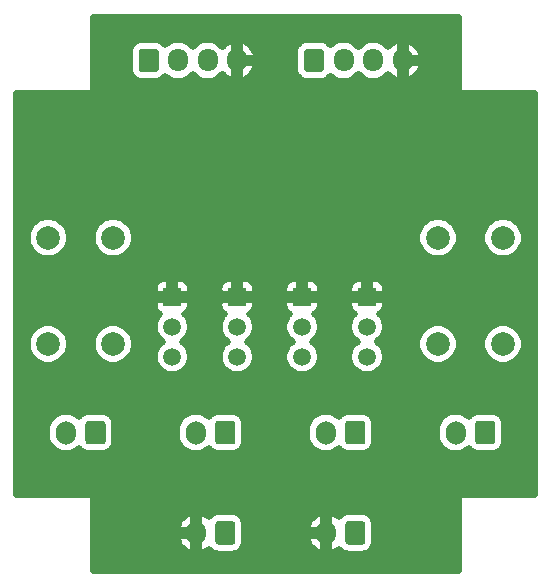
<source format=gbr>
G04 #@! TF.GenerationSoftware,KiCad,Pcbnew,(5.1.7)-1*
G04 #@! TF.CreationDate,2020-12-19T16:20:35+02:00*
G04 #@! TF.ProjectId,4_switch_array,345f7377-6974-4636-985f-61727261792e,rev?*
G04 #@! TF.SameCoordinates,Original*
G04 #@! TF.FileFunction,Copper,L2,Bot*
G04 #@! TF.FilePolarity,Positive*
%FSLAX46Y46*%
G04 Gerber Fmt 4.6, Leading zero omitted, Abs format (unit mm)*
G04 Created by KiCad (PCBNEW (5.1.7)-1) date 2020-12-19 16:20:35*
%MOMM*%
%LPD*%
G01*
G04 APERTURE LIST*
G04 #@! TA.AperFunction,ComponentPad*
%ADD10O,1.700000X2.000000*%
G04 #@! TD*
G04 #@! TA.AperFunction,ComponentPad*
%ADD11C,2.000000*%
G04 #@! TD*
G04 #@! TA.AperFunction,ComponentPad*
%ADD12C,1.500000*%
G04 #@! TD*
G04 #@! TA.AperFunction,ComponentPad*
%ADD13R,1.500000X1.500000*%
G04 #@! TD*
G04 #@! TA.AperFunction,ComponentPad*
%ADD14O,1.700000X1.950000*%
G04 #@! TD*
G04 #@! TA.AperFunction,Conductor*
%ADD15C,0.500000*%
G04 #@! TD*
G04 #@! TA.AperFunction,Conductor*
%ADD16C,0.100000*%
G04 #@! TD*
G04 APERTURE END LIST*
D10*
X151000000Y-78000000D03*
G04 #@! TA.AperFunction,ComponentPad*
G36*
G01*
X154350000Y-77250000D02*
X154350000Y-78750000D01*
G75*
G02*
X154100000Y-79000000I-250000J0D01*
G01*
X152900000Y-79000000D01*
G75*
G02*
X152650000Y-78750000I0J250000D01*
G01*
X152650000Y-77250000D01*
G75*
G02*
X152900000Y-77000000I250000J0D01*
G01*
X154100000Y-77000000D01*
G75*
G02*
X154350000Y-77250000I0J-250000D01*
G01*
G37*
G04 #@! TD.AperFunction*
G04 #@! TA.AperFunction,ComponentPad*
G36*
G01*
X165350000Y-68750000D02*
X165350000Y-70250000D01*
G75*
G02*
X165100000Y-70500000I-250000J0D01*
G01*
X163900000Y-70500000D01*
G75*
G02*
X163650000Y-70250000I0J250000D01*
G01*
X163650000Y-68750000D01*
G75*
G02*
X163900000Y-68500000I250000J0D01*
G01*
X165100000Y-68500000D01*
G75*
G02*
X165350000Y-68750000I0J-250000D01*
G01*
G37*
G04 #@! TD.AperFunction*
X162000000Y-69500000D03*
D11*
X127500000Y-53000000D03*
X127500000Y-62000000D03*
X160500000Y-53000000D03*
X160500000Y-62000000D03*
X133000000Y-53000000D03*
X133000000Y-62000000D03*
X166000000Y-53000000D03*
X166000000Y-62000000D03*
D12*
X143500000Y-60540000D03*
X143500000Y-63080000D03*
D13*
X143500000Y-58000000D03*
D12*
X154500000Y-60540000D03*
X154500000Y-63080000D03*
D13*
X154500000Y-58000000D03*
D12*
X138000000Y-60540000D03*
X138000000Y-63080000D03*
D13*
X138000000Y-58000000D03*
D12*
X149000000Y-60540000D03*
X149000000Y-63080000D03*
D13*
X149000000Y-58000000D03*
D10*
X140000000Y-78000000D03*
G04 #@! TA.AperFunction,ComponentPad*
G36*
G01*
X143350000Y-77250000D02*
X143350000Y-78750000D01*
G75*
G02*
X143100000Y-79000000I-250000J0D01*
G01*
X141900000Y-79000000D01*
G75*
G02*
X141650000Y-78750000I0J250000D01*
G01*
X141650000Y-77250000D01*
G75*
G02*
X141900000Y-77000000I250000J0D01*
G01*
X143100000Y-77000000D01*
G75*
G02*
X143350000Y-77250000I0J-250000D01*
G01*
G37*
G04 #@! TD.AperFunction*
G04 #@! TA.AperFunction,ComponentPad*
G36*
G01*
X143350000Y-68750000D02*
X143350000Y-70250000D01*
G75*
G02*
X143100000Y-70500000I-250000J0D01*
G01*
X141900000Y-70500000D01*
G75*
G02*
X141650000Y-70250000I0J250000D01*
G01*
X141650000Y-68750000D01*
G75*
G02*
X141900000Y-68500000I250000J0D01*
G01*
X143100000Y-68500000D01*
G75*
G02*
X143350000Y-68750000I0J-250000D01*
G01*
G37*
G04 #@! TD.AperFunction*
X140000000Y-69500000D03*
G04 #@! TA.AperFunction,ComponentPad*
G36*
G01*
X154350000Y-68750000D02*
X154350000Y-70250000D01*
G75*
G02*
X154100000Y-70500000I-250000J0D01*
G01*
X152900000Y-70500000D01*
G75*
G02*
X152650000Y-70250000I0J250000D01*
G01*
X152650000Y-68750000D01*
G75*
G02*
X152900000Y-68500000I250000J0D01*
G01*
X154100000Y-68500000D01*
G75*
G02*
X154350000Y-68750000I0J-250000D01*
G01*
G37*
G04 #@! TD.AperFunction*
X151000000Y-69500000D03*
G04 #@! TA.AperFunction,ComponentPad*
G36*
G01*
X132350000Y-68750000D02*
X132350000Y-70250000D01*
G75*
G02*
X132100000Y-70500000I-250000J0D01*
G01*
X130900000Y-70500000D01*
G75*
G02*
X130650000Y-70250000I0J250000D01*
G01*
X130650000Y-68750000D01*
G75*
G02*
X130900000Y-68500000I250000J0D01*
G01*
X132100000Y-68500000D01*
G75*
G02*
X132350000Y-68750000I0J-250000D01*
G01*
G37*
G04 #@! TD.AperFunction*
X129000000Y-69500000D03*
D14*
X157500000Y-38000000D03*
X155000000Y-38000000D03*
X152500000Y-38000000D03*
G04 #@! TA.AperFunction,ComponentPad*
G36*
G01*
X149150000Y-38725000D02*
X149150000Y-37275000D01*
G75*
G02*
X149400000Y-37025000I250000J0D01*
G01*
X150600000Y-37025000D01*
G75*
G02*
X150850000Y-37275000I0J-250000D01*
G01*
X150850000Y-38725000D01*
G75*
G02*
X150600000Y-38975000I-250000J0D01*
G01*
X149400000Y-38975000D01*
G75*
G02*
X149150000Y-38725000I0J250000D01*
G01*
G37*
G04 #@! TD.AperFunction*
X143500000Y-38000000D03*
X141000000Y-38000000D03*
X138500000Y-38000000D03*
G04 #@! TA.AperFunction,ComponentPad*
G36*
G01*
X135150000Y-38725000D02*
X135150000Y-37275000D01*
G75*
G02*
X135400000Y-37025000I250000J0D01*
G01*
X136600000Y-37025000D01*
G75*
G02*
X136850000Y-37275000I0J-250000D01*
G01*
X136850000Y-38725000D01*
G75*
G02*
X136600000Y-38975000I-250000J0D01*
G01*
X135400000Y-38975000D01*
G75*
G02*
X135150000Y-38725000I0J250000D01*
G01*
G37*
G04 #@! TD.AperFunction*
D15*
X162250000Y-40500000D02*
X162254804Y-40548773D01*
X162269030Y-40595671D01*
X162292133Y-40638893D01*
X162323223Y-40676777D01*
X162361107Y-40707867D01*
X162404329Y-40730970D01*
X162451227Y-40745196D01*
X162500000Y-40750000D01*
X168725000Y-40750000D01*
X168725001Y-74750000D01*
X162500000Y-74750000D01*
X162451227Y-74754804D01*
X162404329Y-74769030D01*
X162361107Y-74792133D01*
X162323223Y-74823223D01*
X162292133Y-74861107D01*
X162269030Y-74904329D01*
X162254804Y-74951227D01*
X162250000Y-75000000D01*
X162250000Y-81225000D01*
X131250000Y-81225000D01*
X131250000Y-78497839D01*
X138443074Y-78497839D01*
X138540850Y-78794897D01*
X138694700Y-79067172D01*
X138898712Y-79304200D01*
X139145046Y-79496873D01*
X139424236Y-79637786D01*
X139505857Y-79671783D01*
X139750000Y-79540200D01*
X139750000Y-78250000D01*
X138595328Y-78250000D01*
X138443074Y-78497839D01*
X131250000Y-78497839D01*
X131250000Y-77502161D01*
X138443074Y-77502161D01*
X138595328Y-77750000D01*
X139750000Y-77750000D01*
X139750000Y-76459800D01*
X140250000Y-76459800D01*
X140250000Y-77750000D01*
X140270000Y-77750000D01*
X140270000Y-78250000D01*
X140250000Y-78250000D01*
X140250000Y-79540200D01*
X140494143Y-79671783D01*
X140575764Y-79637786D01*
X140854954Y-79496873D01*
X141077807Y-79322566D01*
X141190328Y-79459672D01*
X141342414Y-79584486D01*
X141515928Y-79677231D01*
X141704202Y-79734344D01*
X141900000Y-79753628D01*
X143100000Y-79753628D01*
X143295798Y-79734344D01*
X143484072Y-79677231D01*
X143657586Y-79584486D01*
X143809672Y-79459672D01*
X143934486Y-79307586D01*
X144027231Y-79134072D01*
X144084344Y-78945798D01*
X144103628Y-78750000D01*
X144103628Y-78497839D01*
X149443074Y-78497839D01*
X149540850Y-78794897D01*
X149694700Y-79067172D01*
X149898712Y-79304200D01*
X150145046Y-79496873D01*
X150424236Y-79637786D01*
X150505857Y-79671783D01*
X150750000Y-79540200D01*
X150750000Y-78250000D01*
X149595328Y-78250000D01*
X149443074Y-78497839D01*
X144103628Y-78497839D01*
X144103628Y-77502161D01*
X149443074Y-77502161D01*
X149595328Y-77750000D01*
X150750000Y-77750000D01*
X150750000Y-76459800D01*
X151250000Y-76459800D01*
X151250000Y-77750000D01*
X151270000Y-77750000D01*
X151270000Y-78250000D01*
X151250000Y-78250000D01*
X151250000Y-79540200D01*
X151494143Y-79671783D01*
X151575764Y-79637786D01*
X151854954Y-79496873D01*
X152077807Y-79322566D01*
X152190328Y-79459672D01*
X152342414Y-79584486D01*
X152515928Y-79677231D01*
X152704202Y-79734344D01*
X152900000Y-79753628D01*
X154100000Y-79753628D01*
X154295798Y-79734344D01*
X154484072Y-79677231D01*
X154657586Y-79584486D01*
X154809672Y-79459672D01*
X154934486Y-79307586D01*
X155027231Y-79134072D01*
X155084344Y-78945798D01*
X155103628Y-78750000D01*
X155103628Y-77250000D01*
X155084344Y-77054202D01*
X155027231Y-76865928D01*
X154934486Y-76692414D01*
X154809672Y-76540328D01*
X154657586Y-76415514D01*
X154484072Y-76322769D01*
X154295798Y-76265656D01*
X154100000Y-76246372D01*
X152900000Y-76246372D01*
X152704202Y-76265656D01*
X152515928Y-76322769D01*
X152342414Y-76415514D01*
X152190328Y-76540328D01*
X152077807Y-76677434D01*
X151854954Y-76503127D01*
X151575764Y-76362214D01*
X151494143Y-76328217D01*
X151250000Y-76459800D01*
X150750000Y-76459800D01*
X150505857Y-76328217D01*
X150424236Y-76362214D01*
X150145046Y-76503127D01*
X149898712Y-76695800D01*
X149694700Y-76932828D01*
X149540850Y-77205103D01*
X149443074Y-77502161D01*
X144103628Y-77502161D01*
X144103628Y-77250000D01*
X144084344Y-77054202D01*
X144027231Y-76865928D01*
X143934486Y-76692414D01*
X143809672Y-76540328D01*
X143657586Y-76415514D01*
X143484072Y-76322769D01*
X143295798Y-76265656D01*
X143100000Y-76246372D01*
X141900000Y-76246372D01*
X141704202Y-76265656D01*
X141515928Y-76322769D01*
X141342414Y-76415514D01*
X141190328Y-76540328D01*
X141077807Y-76677434D01*
X140854954Y-76503127D01*
X140575764Y-76362214D01*
X140494143Y-76328217D01*
X140250000Y-76459800D01*
X139750000Y-76459800D01*
X139505857Y-76328217D01*
X139424236Y-76362214D01*
X139145046Y-76503127D01*
X138898712Y-76695800D01*
X138694700Y-76932828D01*
X138540850Y-77205103D01*
X138443074Y-77502161D01*
X131250000Y-77502161D01*
X131250000Y-75000000D01*
X131245196Y-74951227D01*
X131230970Y-74904329D01*
X131207867Y-74861107D01*
X131176777Y-74823223D01*
X131138893Y-74792133D01*
X131095671Y-74769030D01*
X131048773Y-74754804D01*
X131000000Y-74750000D01*
X124775000Y-74750000D01*
X124775000Y-69271403D01*
X127400000Y-69271403D01*
X127400000Y-69728596D01*
X127423151Y-69963654D01*
X127514641Y-70265255D01*
X127663212Y-70543212D01*
X127863155Y-70786845D01*
X128106787Y-70986788D01*
X128384744Y-71135359D01*
X128686345Y-71226849D01*
X129000000Y-71257741D01*
X129313654Y-71226849D01*
X129615255Y-71135359D01*
X129893212Y-70986788D01*
X130084050Y-70830172D01*
X130190328Y-70959672D01*
X130342414Y-71084486D01*
X130515928Y-71177231D01*
X130704202Y-71234344D01*
X130900000Y-71253628D01*
X132100000Y-71253628D01*
X132295798Y-71234344D01*
X132484072Y-71177231D01*
X132657586Y-71084486D01*
X132809672Y-70959672D01*
X132934486Y-70807586D01*
X133027231Y-70634072D01*
X133084344Y-70445798D01*
X133103628Y-70250000D01*
X133103628Y-69271403D01*
X138400000Y-69271403D01*
X138400000Y-69728596D01*
X138423151Y-69963654D01*
X138514641Y-70265255D01*
X138663212Y-70543212D01*
X138863155Y-70786845D01*
X139106787Y-70986788D01*
X139384744Y-71135359D01*
X139686345Y-71226849D01*
X140000000Y-71257741D01*
X140313654Y-71226849D01*
X140615255Y-71135359D01*
X140893212Y-70986788D01*
X141084050Y-70830172D01*
X141190328Y-70959672D01*
X141342414Y-71084486D01*
X141515928Y-71177231D01*
X141704202Y-71234344D01*
X141900000Y-71253628D01*
X143100000Y-71253628D01*
X143295798Y-71234344D01*
X143484072Y-71177231D01*
X143657586Y-71084486D01*
X143809672Y-70959672D01*
X143934486Y-70807586D01*
X144027231Y-70634072D01*
X144084344Y-70445798D01*
X144103628Y-70250000D01*
X144103628Y-69271403D01*
X149400000Y-69271403D01*
X149400000Y-69728596D01*
X149423151Y-69963654D01*
X149514641Y-70265255D01*
X149663212Y-70543212D01*
X149863155Y-70786845D01*
X150106787Y-70986788D01*
X150384744Y-71135359D01*
X150686345Y-71226849D01*
X151000000Y-71257741D01*
X151313654Y-71226849D01*
X151615255Y-71135359D01*
X151893212Y-70986788D01*
X152084050Y-70830172D01*
X152190328Y-70959672D01*
X152342414Y-71084486D01*
X152515928Y-71177231D01*
X152704202Y-71234344D01*
X152900000Y-71253628D01*
X154100000Y-71253628D01*
X154295798Y-71234344D01*
X154484072Y-71177231D01*
X154657586Y-71084486D01*
X154809672Y-70959672D01*
X154934486Y-70807586D01*
X155027231Y-70634072D01*
X155084344Y-70445798D01*
X155103628Y-70250000D01*
X155103628Y-69271403D01*
X160400000Y-69271403D01*
X160400000Y-69728596D01*
X160423151Y-69963654D01*
X160514641Y-70265255D01*
X160663212Y-70543212D01*
X160863155Y-70786845D01*
X161106787Y-70986788D01*
X161384744Y-71135359D01*
X161686345Y-71226849D01*
X162000000Y-71257741D01*
X162313654Y-71226849D01*
X162615255Y-71135359D01*
X162893212Y-70986788D01*
X163084050Y-70830172D01*
X163190328Y-70959672D01*
X163342414Y-71084486D01*
X163515928Y-71177231D01*
X163704202Y-71234344D01*
X163900000Y-71253628D01*
X165100000Y-71253628D01*
X165295798Y-71234344D01*
X165484072Y-71177231D01*
X165657586Y-71084486D01*
X165809672Y-70959672D01*
X165934486Y-70807586D01*
X166027231Y-70634072D01*
X166084344Y-70445798D01*
X166103628Y-70250000D01*
X166103628Y-68750000D01*
X166084344Y-68554202D01*
X166027231Y-68365928D01*
X165934486Y-68192414D01*
X165809672Y-68040328D01*
X165657586Y-67915514D01*
X165484072Y-67822769D01*
X165295798Y-67765656D01*
X165100000Y-67746372D01*
X163900000Y-67746372D01*
X163704202Y-67765656D01*
X163515928Y-67822769D01*
X163342414Y-67915514D01*
X163190328Y-68040328D01*
X163084050Y-68169828D01*
X162893213Y-68013212D01*
X162615256Y-67864641D01*
X162313655Y-67773151D01*
X162000000Y-67742259D01*
X161686346Y-67773151D01*
X161384745Y-67864641D01*
X161106788Y-68013212D01*
X160863155Y-68213155D01*
X160663212Y-68456787D01*
X160514641Y-68734744D01*
X160423151Y-69036345D01*
X160400000Y-69271403D01*
X155103628Y-69271403D01*
X155103628Y-68750000D01*
X155084344Y-68554202D01*
X155027231Y-68365928D01*
X154934486Y-68192414D01*
X154809672Y-68040328D01*
X154657586Y-67915514D01*
X154484072Y-67822769D01*
X154295798Y-67765656D01*
X154100000Y-67746372D01*
X152900000Y-67746372D01*
X152704202Y-67765656D01*
X152515928Y-67822769D01*
X152342414Y-67915514D01*
X152190328Y-68040328D01*
X152084050Y-68169828D01*
X151893213Y-68013212D01*
X151615256Y-67864641D01*
X151313655Y-67773151D01*
X151000000Y-67742259D01*
X150686346Y-67773151D01*
X150384745Y-67864641D01*
X150106788Y-68013212D01*
X149863155Y-68213155D01*
X149663212Y-68456787D01*
X149514641Y-68734744D01*
X149423151Y-69036345D01*
X149400000Y-69271403D01*
X144103628Y-69271403D01*
X144103628Y-68750000D01*
X144084344Y-68554202D01*
X144027231Y-68365928D01*
X143934486Y-68192414D01*
X143809672Y-68040328D01*
X143657586Y-67915514D01*
X143484072Y-67822769D01*
X143295798Y-67765656D01*
X143100000Y-67746372D01*
X141900000Y-67746372D01*
X141704202Y-67765656D01*
X141515928Y-67822769D01*
X141342414Y-67915514D01*
X141190328Y-68040328D01*
X141084050Y-68169828D01*
X140893213Y-68013212D01*
X140615256Y-67864641D01*
X140313655Y-67773151D01*
X140000000Y-67742259D01*
X139686346Y-67773151D01*
X139384745Y-67864641D01*
X139106788Y-68013212D01*
X138863155Y-68213155D01*
X138663212Y-68456787D01*
X138514641Y-68734744D01*
X138423151Y-69036345D01*
X138400000Y-69271403D01*
X133103628Y-69271403D01*
X133103628Y-68750000D01*
X133084344Y-68554202D01*
X133027231Y-68365928D01*
X132934486Y-68192414D01*
X132809672Y-68040328D01*
X132657586Y-67915514D01*
X132484072Y-67822769D01*
X132295798Y-67765656D01*
X132100000Y-67746372D01*
X130900000Y-67746372D01*
X130704202Y-67765656D01*
X130515928Y-67822769D01*
X130342414Y-67915514D01*
X130190328Y-68040328D01*
X130084050Y-68169828D01*
X129893213Y-68013212D01*
X129615256Y-67864641D01*
X129313655Y-67773151D01*
X129000000Y-67742259D01*
X128686346Y-67773151D01*
X128384745Y-67864641D01*
X128106788Y-68013212D01*
X127863155Y-68213155D01*
X127663212Y-68456787D01*
X127514641Y-68734744D01*
X127423151Y-69036345D01*
X127400000Y-69271403D01*
X124775000Y-69271403D01*
X124775000Y-61827640D01*
X125750000Y-61827640D01*
X125750000Y-62172360D01*
X125817251Y-62510456D01*
X125949170Y-62828936D01*
X126140686Y-63115560D01*
X126384440Y-63359314D01*
X126671064Y-63550830D01*
X126989544Y-63682749D01*
X127327640Y-63750000D01*
X127672360Y-63750000D01*
X128010456Y-63682749D01*
X128328936Y-63550830D01*
X128615560Y-63359314D01*
X128859314Y-63115560D01*
X129050830Y-62828936D01*
X129182749Y-62510456D01*
X129250000Y-62172360D01*
X129250000Y-61827640D01*
X131250000Y-61827640D01*
X131250000Y-62172360D01*
X131317251Y-62510456D01*
X131449170Y-62828936D01*
X131640686Y-63115560D01*
X131884440Y-63359314D01*
X132171064Y-63550830D01*
X132489544Y-63682749D01*
X132827640Y-63750000D01*
X133172360Y-63750000D01*
X133510456Y-63682749D01*
X133828936Y-63550830D01*
X134115560Y-63359314D01*
X134359314Y-63115560D01*
X134550830Y-62828936D01*
X134682749Y-62510456D01*
X134750000Y-62172360D01*
X134750000Y-61827640D01*
X134682749Y-61489544D01*
X134550830Y-61171064D01*
X134359314Y-60884440D01*
X134115560Y-60640686D01*
X133828936Y-60449170D01*
X133510456Y-60317251D01*
X133172360Y-60250000D01*
X132827640Y-60250000D01*
X132489544Y-60317251D01*
X132171064Y-60449170D01*
X131884440Y-60640686D01*
X131640686Y-60884440D01*
X131449170Y-61171064D01*
X131317251Y-61489544D01*
X131250000Y-61827640D01*
X129250000Y-61827640D01*
X129182749Y-61489544D01*
X129050830Y-61171064D01*
X128859314Y-60884440D01*
X128615560Y-60640686D01*
X128328936Y-60449170D01*
X128010456Y-60317251D01*
X127672360Y-60250000D01*
X127327640Y-60250000D01*
X126989544Y-60317251D01*
X126671064Y-60449170D01*
X126384440Y-60640686D01*
X126140686Y-60884440D01*
X125949170Y-61171064D01*
X125817251Y-61489544D01*
X125750000Y-61827640D01*
X124775000Y-61827640D01*
X124775000Y-58750000D01*
X136496371Y-58750000D01*
X136510852Y-58897026D01*
X136553738Y-59038401D01*
X136623380Y-59168694D01*
X136717104Y-59282896D01*
X136831306Y-59376620D01*
X136961599Y-59446262D01*
X136969900Y-59448780D01*
X136834874Y-59583806D01*
X136670717Y-59829483D01*
X136557644Y-60102466D01*
X136500000Y-60392263D01*
X136500000Y-60687737D01*
X136557644Y-60977534D01*
X136670717Y-61250517D01*
X136834874Y-61496194D01*
X137043806Y-61705126D01*
X137200760Y-61810000D01*
X137043806Y-61914874D01*
X136834874Y-62123806D01*
X136670717Y-62369483D01*
X136557644Y-62642466D01*
X136500000Y-62932263D01*
X136500000Y-63227737D01*
X136557644Y-63517534D01*
X136670717Y-63790517D01*
X136834874Y-64036194D01*
X137043806Y-64245126D01*
X137289483Y-64409283D01*
X137562466Y-64522356D01*
X137852263Y-64580000D01*
X138147737Y-64580000D01*
X138437534Y-64522356D01*
X138710517Y-64409283D01*
X138956194Y-64245126D01*
X139165126Y-64036194D01*
X139329283Y-63790517D01*
X139442356Y-63517534D01*
X139500000Y-63227737D01*
X139500000Y-62932263D01*
X139442356Y-62642466D01*
X139329283Y-62369483D01*
X139165126Y-62123806D01*
X138956194Y-61914874D01*
X138799240Y-61810000D01*
X138956194Y-61705126D01*
X139165126Y-61496194D01*
X139329283Y-61250517D01*
X139442356Y-60977534D01*
X139500000Y-60687737D01*
X139500000Y-60392263D01*
X139442356Y-60102466D01*
X139329283Y-59829483D01*
X139165126Y-59583806D01*
X139030100Y-59448780D01*
X139038401Y-59446262D01*
X139168694Y-59376620D01*
X139282896Y-59282896D01*
X139376620Y-59168694D01*
X139446262Y-59038401D01*
X139489148Y-58897026D01*
X139503629Y-58750000D01*
X141996371Y-58750000D01*
X142010852Y-58897026D01*
X142053738Y-59038401D01*
X142123380Y-59168694D01*
X142217104Y-59282896D01*
X142331306Y-59376620D01*
X142461599Y-59446262D01*
X142469900Y-59448780D01*
X142334874Y-59583806D01*
X142170717Y-59829483D01*
X142057644Y-60102466D01*
X142000000Y-60392263D01*
X142000000Y-60687737D01*
X142057644Y-60977534D01*
X142170717Y-61250517D01*
X142334874Y-61496194D01*
X142543806Y-61705126D01*
X142700760Y-61810000D01*
X142543806Y-61914874D01*
X142334874Y-62123806D01*
X142170717Y-62369483D01*
X142057644Y-62642466D01*
X142000000Y-62932263D01*
X142000000Y-63227737D01*
X142057644Y-63517534D01*
X142170717Y-63790517D01*
X142334874Y-64036194D01*
X142543806Y-64245126D01*
X142789483Y-64409283D01*
X143062466Y-64522356D01*
X143352263Y-64580000D01*
X143647737Y-64580000D01*
X143937534Y-64522356D01*
X144210517Y-64409283D01*
X144456194Y-64245126D01*
X144665126Y-64036194D01*
X144829283Y-63790517D01*
X144942356Y-63517534D01*
X145000000Y-63227737D01*
X145000000Y-62932263D01*
X144942356Y-62642466D01*
X144829283Y-62369483D01*
X144665126Y-62123806D01*
X144456194Y-61914874D01*
X144299240Y-61810000D01*
X144456194Y-61705126D01*
X144665126Y-61496194D01*
X144829283Y-61250517D01*
X144942356Y-60977534D01*
X145000000Y-60687737D01*
X145000000Y-60392263D01*
X144942356Y-60102466D01*
X144829283Y-59829483D01*
X144665126Y-59583806D01*
X144530100Y-59448780D01*
X144538401Y-59446262D01*
X144668694Y-59376620D01*
X144782896Y-59282896D01*
X144876620Y-59168694D01*
X144946262Y-59038401D01*
X144989148Y-58897026D01*
X145003629Y-58750000D01*
X147496371Y-58750000D01*
X147510852Y-58897026D01*
X147553738Y-59038401D01*
X147623380Y-59168694D01*
X147717104Y-59282896D01*
X147831306Y-59376620D01*
X147961599Y-59446262D01*
X147969900Y-59448780D01*
X147834874Y-59583806D01*
X147670717Y-59829483D01*
X147557644Y-60102466D01*
X147500000Y-60392263D01*
X147500000Y-60687737D01*
X147557644Y-60977534D01*
X147670717Y-61250517D01*
X147834874Y-61496194D01*
X148043806Y-61705126D01*
X148200760Y-61810000D01*
X148043806Y-61914874D01*
X147834874Y-62123806D01*
X147670717Y-62369483D01*
X147557644Y-62642466D01*
X147500000Y-62932263D01*
X147500000Y-63227737D01*
X147557644Y-63517534D01*
X147670717Y-63790517D01*
X147834874Y-64036194D01*
X148043806Y-64245126D01*
X148289483Y-64409283D01*
X148562466Y-64522356D01*
X148852263Y-64580000D01*
X149147737Y-64580000D01*
X149437534Y-64522356D01*
X149710517Y-64409283D01*
X149956194Y-64245126D01*
X150165126Y-64036194D01*
X150329283Y-63790517D01*
X150442356Y-63517534D01*
X150500000Y-63227737D01*
X150500000Y-62932263D01*
X150442356Y-62642466D01*
X150329283Y-62369483D01*
X150165126Y-62123806D01*
X149956194Y-61914874D01*
X149799240Y-61810000D01*
X149956194Y-61705126D01*
X150165126Y-61496194D01*
X150329283Y-61250517D01*
X150442356Y-60977534D01*
X150500000Y-60687737D01*
X150500000Y-60392263D01*
X150442356Y-60102466D01*
X150329283Y-59829483D01*
X150165126Y-59583806D01*
X150030100Y-59448780D01*
X150038401Y-59446262D01*
X150168694Y-59376620D01*
X150282896Y-59282896D01*
X150376620Y-59168694D01*
X150446262Y-59038401D01*
X150489148Y-58897026D01*
X150503629Y-58750000D01*
X152996371Y-58750000D01*
X153010852Y-58897026D01*
X153053738Y-59038401D01*
X153123380Y-59168694D01*
X153217104Y-59282896D01*
X153331306Y-59376620D01*
X153461599Y-59446262D01*
X153469900Y-59448780D01*
X153334874Y-59583806D01*
X153170717Y-59829483D01*
X153057644Y-60102466D01*
X153000000Y-60392263D01*
X153000000Y-60687737D01*
X153057644Y-60977534D01*
X153170717Y-61250517D01*
X153334874Y-61496194D01*
X153543806Y-61705126D01*
X153700760Y-61810000D01*
X153543806Y-61914874D01*
X153334874Y-62123806D01*
X153170717Y-62369483D01*
X153057644Y-62642466D01*
X153000000Y-62932263D01*
X153000000Y-63227737D01*
X153057644Y-63517534D01*
X153170717Y-63790517D01*
X153334874Y-64036194D01*
X153543806Y-64245126D01*
X153789483Y-64409283D01*
X154062466Y-64522356D01*
X154352263Y-64580000D01*
X154647737Y-64580000D01*
X154937534Y-64522356D01*
X155210517Y-64409283D01*
X155456194Y-64245126D01*
X155665126Y-64036194D01*
X155829283Y-63790517D01*
X155942356Y-63517534D01*
X156000000Y-63227737D01*
X156000000Y-62932263D01*
X155942356Y-62642466D01*
X155829283Y-62369483D01*
X155665126Y-62123806D01*
X155456194Y-61914874D01*
X155325640Y-61827640D01*
X158750000Y-61827640D01*
X158750000Y-62172360D01*
X158817251Y-62510456D01*
X158949170Y-62828936D01*
X159140686Y-63115560D01*
X159384440Y-63359314D01*
X159671064Y-63550830D01*
X159989544Y-63682749D01*
X160327640Y-63750000D01*
X160672360Y-63750000D01*
X161010456Y-63682749D01*
X161328936Y-63550830D01*
X161615560Y-63359314D01*
X161859314Y-63115560D01*
X162050830Y-62828936D01*
X162182749Y-62510456D01*
X162250000Y-62172360D01*
X162250000Y-61827640D01*
X164250000Y-61827640D01*
X164250000Y-62172360D01*
X164317251Y-62510456D01*
X164449170Y-62828936D01*
X164640686Y-63115560D01*
X164884440Y-63359314D01*
X165171064Y-63550830D01*
X165489544Y-63682749D01*
X165827640Y-63750000D01*
X166172360Y-63750000D01*
X166510456Y-63682749D01*
X166828936Y-63550830D01*
X167115560Y-63359314D01*
X167359314Y-63115560D01*
X167550830Y-62828936D01*
X167682749Y-62510456D01*
X167750000Y-62172360D01*
X167750000Y-61827640D01*
X167682749Y-61489544D01*
X167550830Y-61171064D01*
X167359314Y-60884440D01*
X167115560Y-60640686D01*
X166828936Y-60449170D01*
X166510456Y-60317251D01*
X166172360Y-60250000D01*
X165827640Y-60250000D01*
X165489544Y-60317251D01*
X165171064Y-60449170D01*
X164884440Y-60640686D01*
X164640686Y-60884440D01*
X164449170Y-61171064D01*
X164317251Y-61489544D01*
X164250000Y-61827640D01*
X162250000Y-61827640D01*
X162182749Y-61489544D01*
X162050830Y-61171064D01*
X161859314Y-60884440D01*
X161615560Y-60640686D01*
X161328936Y-60449170D01*
X161010456Y-60317251D01*
X160672360Y-60250000D01*
X160327640Y-60250000D01*
X159989544Y-60317251D01*
X159671064Y-60449170D01*
X159384440Y-60640686D01*
X159140686Y-60884440D01*
X158949170Y-61171064D01*
X158817251Y-61489544D01*
X158750000Y-61827640D01*
X155325640Y-61827640D01*
X155299240Y-61810000D01*
X155456194Y-61705126D01*
X155665126Y-61496194D01*
X155829283Y-61250517D01*
X155942356Y-60977534D01*
X156000000Y-60687737D01*
X156000000Y-60392263D01*
X155942356Y-60102466D01*
X155829283Y-59829483D01*
X155665126Y-59583806D01*
X155530100Y-59448780D01*
X155538401Y-59446262D01*
X155668694Y-59376620D01*
X155782896Y-59282896D01*
X155876620Y-59168694D01*
X155946262Y-59038401D01*
X155989148Y-58897026D01*
X156003629Y-58750000D01*
X156000000Y-58437500D01*
X155812500Y-58250000D01*
X154750000Y-58250000D01*
X154750000Y-58270000D01*
X154250000Y-58270000D01*
X154250000Y-58250000D01*
X153187500Y-58250000D01*
X153000000Y-58437500D01*
X152996371Y-58750000D01*
X150503629Y-58750000D01*
X150500000Y-58437500D01*
X150312500Y-58250000D01*
X149250000Y-58250000D01*
X149250000Y-58270000D01*
X148750000Y-58270000D01*
X148750000Y-58250000D01*
X147687500Y-58250000D01*
X147500000Y-58437500D01*
X147496371Y-58750000D01*
X145003629Y-58750000D01*
X145000000Y-58437500D01*
X144812500Y-58250000D01*
X143750000Y-58250000D01*
X143750000Y-58270000D01*
X143250000Y-58270000D01*
X143250000Y-58250000D01*
X142187500Y-58250000D01*
X142000000Y-58437500D01*
X141996371Y-58750000D01*
X139503629Y-58750000D01*
X139500000Y-58437500D01*
X139312500Y-58250000D01*
X138250000Y-58250000D01*
X138250000Y-58270000D01*
X137750000Y-58270000D01*
X137750000Y-58250000D01*
X136687500Y-58250000D01*
X136500000Y-58437500D01*
X136496371Y-58750000D01*
X124775000Y-58750000D01*
X124775000Y-57250000D01*
X136496371Y-57250000D01*
X136500000Y-57562500D01*
X136687500Y-57750000D01*
X137750000Y-57750000D01*
X137750000Y-56687500D01*
X138250000Y-56687500D01*
X138250000Y-57750000D01*
X139312500Y-57750000D01*
X139500000Y-57562500D01*
X139503629Y-57250000D01*
X141996371Y-57250000D01*
X142000000Y-57562500D01*
X142187500Y-57750000D01*
X143250000Y-57750000D01*
X143250000Y-56687500D01*
X143750000Y-56687500D01*
X143750000Y-57750000D01*
X144812500Y-57750000D01*
X145000000Y-57562500D01*
X145003629Y-57250000D01*
X147496371Y-57250000D01*
X147500000Y-57562500D01*
X147687500Y-57750000D01*
X148750000Y-57750000D01*
X148750000Y-56687500D01*
X149250000Y-56687500D01*
X149250000Y-57750000D01*
X150312500Y-57750000D01*
X150500000Y-57562500D01*
X150503629Y-57250000D01*
X152996371Y-57250000D01*
X153000000Y-57562500D01*
X153187500Y-57750000D01*
X154250000Y-57750000D01*
X154250000Y-56687500D01*
X154750000Y-56687500D01*
X154750000Y-57750000D01*
X155812500Y-57750000D01*
X156000000Y-57562500D01*
X156003629Y-57250000D01*
X155989148Y-57102974D01*
X155946262Y-56961599D01*
X155876620Y-56831306D01*
X155782896Y-56717104D01*
X155668694Y-56623380D01*
X155538401Y-56553738D01*
X155397026Y-56510852D01*
X155250000Y-56496371D01*
X154937500Y-56500000D01*
X154750000Y-56687500D01*
X154250000Y-56687500D01*
X154062500Y-56500000D01*
X153750000Y-56496371D01*
X153602974Y-56510852D01*
X153461599Y-56553738D01*
X153331306Y-56623380D01*
X153217104Y-56717104D01*
X153123380Y-56831306D01*
X153053738Y-56961599D01*
X153010852Y-57102974D01*
X152996371Y-57250000D01*
X150503629Y-57250000D01*
X150489148Y-57102974D01*
X150446262Y-56961599D01*
X150376620Y-56831306D01*
X150282896Y-56717104D01*
X150168694Y-56623380D01*
X150038401Y-56553738D01*
X149897026Y-56510852D01*
X149750000Y-56496371D01*
X149437500Y-56500000D01*
X149250000Y-56687500D01*
X148750000Y-56687500D01*
X148562500Y-56500000D01*
X148250000Y-56496371D01*
X148102974Y-56510852D01*
X147961599Y-56553738D01*
X147831306Y-56623380D01*
X147717104Y-56717104D01*
X147623380Y-56831306D01*
X147553738Y-56961599D01*
X147510852Y-57102974D01*
X147496371Y-57250000D01*
X145003629Y-57250000D01*
X144989148Y-57102974D01*
X144946262Y-56961599D01*
X144876620Y-56831306D01*
X144782896Y-56717104D01*
X144668694Y-56623380D01*
X144538401Y-56553738D01*
X144397026Y-56510852D01*
X144250000Y-56496371D01*
X143937500Y-56500000D01*
X143750000Y-56687500D01*
X143250000Y-56687500D01*
X143062500Y-56500000D01*
X142750000Y-56496371D01*
X142602974Y-56510852D01*
X142461599Y-56553738D01*
X142331306Y-56623380D01*
X142217104Y-56717104D01*
X142123380Y-56831306D01*
X142053738Y-56961599D01*
X142010852Y-57102974D01*
X141996371Y-57250000D01*
X139503629Y-57250000D01*
X139489148Y-57102974D01*
X139446262Y-56961599D01*
X139376620Y-56831306D01*
X139282896Y-56717104D01*
X139168694Y-56623380D01*
X139038401Y-56553738D01*
X138897026Y-56510852D01*
X138750000Y-56496371D01*
X138437500Y-56500000D01*
X138250000Y-56687500D01*
X137750000Y-56687500D01*
X137562500Y-56500000D01*
X137250000Y-56496371D01*
X137102974Y-56510852D01*
X136961599Y-56553738D01*
X136831306Y-56623380D01*
X136717104Y-56717104D01*
X136623380Y-56831306D01*
X136553738Y-56961599D01*
X136510852Y-57102974D01*
X136496371Y-57250000D01*
X124775000Y-57250000D01*
X124775000Y-52827640D01*
X125750000Y-52827640D01*
X125750000Y-53172360D01*
X125817251Y-53510456D01*
X125949170Y-53828936D01*
X126140686Y-54115560D01*
X126384440Y-54359314D01*
X126671064Y-54550830D01*
X126989544Y-54682749D01*
X127327640Y-54750000D01*
X127672360Y-54750000D01*
X128010456Y-54682749D01*
X128328936Y-54550830D01*
X128615560Y-54359314D01*
X128859314Y-54115560D01*
X129050830Y-53828936D01*
X129182749Y-53510456D01*
X129250000Y-53172360D01*
X129250000Y-52827640D01*
X131250000Y-52827640D01*
X131250000Y-53172360D01*
X131317251Y-53510456D01*
X131449170Y-53828936D01*
X131640686Y-54115560D01*
X131884440Y-54359314D01*
X132171064Y-54550830D01*
X132489544Y-54682749D01*
X132827640Y-54750000D01*
X133172360Y-54750000D01*
X133510456Y-54682749D01*
X133828936Y-54550830D01*
X134115560Y-54359314D01*
X134359314Y-54115560D01*
X134550830Y-53828936D01*
X134682749Y-53510456D01*
X134750000Y-53172360D01*
X134750000Y-52827640D01*
X158750000Y-52827640D01*
X158750000Y-53172360D01*
X158817251Y-53510456D01*
X158949170Y-53828936D01*
X159140686Y-54115560D01*
X159384440Y-54359314D01*
X159671064Y-54550830D01*
X159989544Y-54682749D01*
X160327640Y-54750000D01*
X160672360Y-54750000D01*
X161010456Y-54682749D01*
X161328936Y-54550830D01*
X161615560Y-54359314D01*
X161859314Y-54115560D01*
X162050830Y-53828936D01*
X162182749Y-53510456D01*
X162250000Y-53172360D01*
X162250000Y-52827640D01*
X164250000Y-52827640D01*
X164250000Y-53172360D01*
X164317251Y-53510456D01*
X164449170Y-53828936D01*
X164640686Y-54115560D01*
X164884440Y-54359314D01*
X165171064Y-54550830D01*
X165489544Y-54682749D01*
X165827640Y-54750000D01*
X166172360Y-54750000D01*
X166510456Y-54682749D01*
X166828936Y-54550830D01*
X167115560Y-54359314D01*
X167359314Y-54115560D01*
X167550830Y-53828936D01*
X167682749Y-53510456D01*
X167750000Y-53172360D01*
X167750000Y-52827640D01*
X167682749Y-52489544D01*
X167550830Y-52171064D01*
X167359314Y-51884440D01*
X167115560Y-51640686D01*
X166828936Y-51449170D01*
X166510456Y-51317251D01*
X166172360Y-51250000D01*
X165827640Y-51250000D01*
X165489544Y-51317251D01*
X165171064Y-51449170D01*
X164884440Y-51640686D01*
X164640686Y-51884440D01*
X164449170Y-52171064D01*
X164317251Y-52489544D01*
X164250000Y-52827640D01*
X162250000Y-52827640D01*
X162182749Y-52489544D01*
X162050830Y-52171064D01*
X161859314Y-51884440D01*
X161615560Y-51640686D01*
X161328936Y-51449170D01*
X161010456Y-51317251D01*
X160672360Y-51250000D01*
X160327640Y-51250000D01*
X159989544Y-51317251D01*
X159671064Y-51449170D01*
X159384440Y-51640686D01*
X159140686Y-51884440D01*
X158949170Y-52171064D01*
X158817251Y-52489544D01*
X158750000Y-52827640D01*
X134750000Y-52827640D01*
X134682749Y-52489544D01*
X134550830Y-52171064D01*
X134359314Y-51884440D01*
X134115560Y-51640686D01*
X133828936Y-51449170D01*
X133510456Y-51317251D01*
X133172360Y-51250000D01*
X132827640Y-51250000D01*
X132489544Y-51317251D01*
X132171064Y-51449170D01*
X131884440Y-51640686D01*
X131640686Y-51884440D01*
X131449170Y-52171064D01*
X131317251Y-52489544D01*
X131250000Y-52827640D01*
X129250000Y-52827640D01*
X129182749Y-52489544D01*
X129050830Y-52171064D01*
X128859314Y-51884440D01*
X128615560Y-51640686D01*
X128328936Y-51449170D01*
X128010456Y-51317251D01*
X127672360Y-51250000D01*
X127327640Y-51250000D01*
X126989544Y-51317251D01*
X126671064Y-51449170D01*
X126384440Y-51640686D01*
X126140686Y-51884440D01*
X125949170Y-52171064D01*
X125817251Y-52489544D01*
X125750000Y-52827640D01*
X124775000Y-52827640D01*
X124775000Y-40750000D01*
X131000000Y-40750000D01*
X131048773Y-40745196D01*
X131095671Y-40730970D01*
X131138893Y-40707867D01*
X131176777Y-40676777D01*
X131207867Y-40638893D01*
X131230970Y-40595671D01*
X131245196Y-40548773D01*
X131250000Y-40500000D01*
X131250000Y-37275000D01*
X134396372Y-37275000D01*
X134396372Y-38725000D01*
X134415656Y-38920798D01*
X134472769Y-39109072D01*
X134565514Y-39282586D01*
X134690328Y-39434672D01*
X134842414Y-39559486D01*
X135015928Y-39652231D01*
X135204202Y-39709344D01*
X135400000Y-39728628D01*
X136600000Y-39728628D01*
X136795798Y-39709344D01*
X136984072Y-39652231D01*
X137157586Y-39559486D01*
X137309672Y-39434672D01*
X137415950Y-39305172D01*
X137606788Y-39461788D01*
X137884745Y-39610359D01*
X138186346Y-39701849D01*
X138500000Y-39732741D01*
X138813655Y-39701849D01*
X139115256Y-39610359D01*
X139393213Y-39461788D01*
X139636845Y-39261845D01*
X139750000Y-39123965D01*
X139863155Y-39261845D01*
X140106788Y-39461788D01*
X140384745Y-39610359D01*
X140686346Y-39701849D01*
X141000000Y-39732741D01*
X141313655Y-39701849D01*
X141615256Y-39610359D01*
X141893213Y-39461788D01*
X142136845Y-39261845D01*
X142256760Y-39115728D01*
X142417124Y-39296226D01*
X142666426Y-39484980D01*
X142947762Y-39621471D01*
X143005857Y-39646783D01*
X143250000Y-39515200D01*
X143250000Y-38250000D01*
X143750000Y-38250000D01*
X143750000Y-39515200D01*
X143994143Y-39646783D01*
X144052238Y-39621471D01*
X144333574Y-39484980D01*
X144582876Y-39296226D01*
X144790564Y-39062463D01*
X144948656Y-38792673D01*
X145051077Y-38497225D01*
X144902709Y-38250000D01*
X143750000Y-38250000D01*
X143250000Y-38250000D01*
X143230000Y-38250000D01*
X143230000Y-37750000D01*
X143250000Y-37750000D01*
X143250000Y-36484800D01*
X143750000Y-36484800D01*
X143750000Y-37750000D01*
X144902709Y-37750000D01*
X145051077Y-37502775D01*
X144972116Y-37275000D01*
X148396372Y-37275000D01*
X148396372Y-38725000D01*
X148415656Y-38920798D01*
X148472769Y-39109072D01*
X148565514Y-39282586D01*
X148690328Y-39434672D01*
X148842414Y-39559486D01*
X149015928Y-39652231D01*
X149204202Y-39709344D01*
X149400000Y-39728628D01*
X150600000Y-39728628D01*
X150795798Y-39709344D01*
X150984072Y-39652231D01*
X151157586Y-39559486D01*
X151309672Y-39434672D01*
X151415950Y-39305172D01*
X151606788Y-39461788D01*
X151884745Y-39610359D01*
X152186346Y-39701849D01*
X152500000Y-39732741D01*
X152813655Y-39701849D01*
X153115256Y-39610359D01*
X153393213Y-39461788D01*
X153636845Y-39261845D01*
X153750000Y-39123965D01*
X153863155Y-39261845D01*
X154106788Y-39461788D01*
X154384745Y-39610359D01*
X154686346Y-39701849D01*
X155000000Y-39732741D01*
X155313655Y-39701849D01*
X155615256Y-39610359D01*
X155893213Y-39461788D01*
X156136845Y-39261845D01*
X156256760Y-39115728D01*
X156417124Y-39296226D01*
X156666426Y-39484980D01*
X156947762Y-39621471D01*
X157005857Y-39646783D01*
X157250000Y-39515200D01*
X157250000Y-38250000D01*
X157750000Y-38250000D01*
X157750000Y-39515200D01*
X157994143Y-39646783D01*
X158052238Y-39621471D01*
X158333574Y-39484980D01*
X158582876Y-39296226D01*
X158790564Y-39062463D01*
X158948656Y-38792673D01*
X159051077Y-38497225D01*
X158902709Y-38250000D01*
X157750000Y-38250000D01*
X157250000Y-38250000D01*
X157230000Y-38250000D01*
X157230000Y-37750000D01*
X157250000Y-37750000D01*
X157250000Y-36484800D01*
X157750000Y-36484800D01*
X157750000Y-37750000D01*
X158902709Y-37750000D01*
X159051077Y-37502775D01*
X158948656Y-37207327D01*
X158790564Y-36937537D01*
X158582876Y-36703774D01*
X158333574Y-36515020D01*
X158052238Y-36378529D01*
X157994143Y-36353217D01*
X157750000Y-36484800D01*
X157250000Y-36484800D01*
X157005857Y-36353217D01*
X156947762Y-36378529D01*
X156666426Y-36515020D01*
X156417124Y-36703774D01*
X156256760Y-36884272D01*
X156136845Y-36738155D01*
X155893212Y-36538212D01*
X155615255Y-36389641D01*
X155313654Y-36298151D01*
X155000000Y-36267259D01*
X154686345Y-36298151D01*
X154384744Y-36389641D01*
X154106787Y-36538212D01*
X153863155Y-36738155D01*
X153750000Y-36876035D01*
X153636845Y-36738155D01*
X153393212Y-36538212D01*
X153115255Y-36389641D01*
X152813654Y-36298151D01*
X152500000Y-36267259D01*
X152186345Y-36298151D01*
X151884744Y-36389641D01*
X151606787Y-36538212D01*
X151415950Y-36694828D01*
X151309672Y-36565328D01*
X151157586Y-36440514D01*
X150984072Y-36347769D01*
X150795798Y-36290656D01*
X150600000Y-36271372D01*
X149400000Y-36271372D01*
X149204202Y-36290656D01*
X149015928Y-36347769D01*
X148842414Y-36440514D01*
X148690328Y-36565328D01*
X148565514Y-36717414D01*
X148472769Y-36890928D01*
X148415656Y-37079202D01*
X148396372Y-37275000D01*
X144972116Y-37275000D01*
X144948656Y-37207327D01*
X144790564Y-36937537D01*
X144582876Y-36703774D01*
X144333574Y-36515020D01*
X144052238Y-36378529D01*
X143994143Y-36353217D01*
X143750000Y-36484800D01*
X143250000Y-36484800D01*
X143005857Y-36353217D01*
X142947762Y-36378529D01*
X142666426Y-36515020D01*
X142417124Y-36703774D01*
X142256760Y-36884272D01*
X142136845Y-36738155D01*
X141893212Y-36538212D01*
X141615255Y-36389641D01*
X141313654Y-36298151D01*
X141000000Y-36267259D01*
X140686345Y-36298151D01*
X140384744Y-36389641D01*
X140106787Y-36538212D01*
X139863155Y-36738155D01*
X139750000Y-36876035D01*
X139636845Y-36738155D01*
X139393212Y-36538212D01*
X139115255Y-36389641D01*
X138813654Y-36298151D01*
X138500000Y-36267259D01*
X138186345Y-36298151D01*
X137884744Y-36389641D01*
X137606787Y-36538212D01*
X137415950Y-36694828D01*
X137309672Y-36565328D01*
X137157586Y-36440514D01*
X136984072Y-36347769D01*
X136795798Y-36290656D01*
X136600000Y-36271372D01*
X135400000Y-36271372D01*
X135204202Y-36290656D01*
X135015928Y-36347769D01*
X134842414Y-36440514D01*
X134690328Y-36565328D01*
X134565514Y-36717414D01*
X134472769Y-36890928D01*
X134415656Y-37079202D01*
X134396372Y-37275000D01*
X131250000Y-37275000D01*
X131250000Y-34275000D01*
X162250000Y-34275000D01*
X162250000Y-40500000D01*
G04 #@! TA.AperFunction,Conductor*
D16*
G36*
X162250000Y-40500000D02*
G01*
X162254804Y-40548773D01*
X162269030Y-40595671D01*
X162292133Y-40638893D01*
X162323223Y-40676777D01*
X162361107Y-40707867D01*
X162404329Y-40730970D01*
X162451227Y-40745196D01*
X162500000Y-40750000D01*
X168725000Y-40750000D01*
X168725001Y-74750000D01*
X162500000Y-74750000D01*
X162451227Y-74754804D01*
X162404329Y-74769030D01*
X162361107Y-74792133D01*
X162323223Y-74823223D01*
X162292133Y-74861107D01*
X162269030Y-74904329D01*
X162254804Y-74951227D01*
X162250000Y-75000000D01*
X162250000Y-81225000D01*
X131250000Y-81225000D01*
X131250000Y-78497839D01*
X138443074Y-78497839D01*
X138540850Y-78794897D01*
X138694700Y-79067172D01*
X138898712Y-79304200D01*
X139145046Y-79496873D01*
X139424236Y-79637786D01*
X139505857Y-79671783D01*
X139750000Y-79540200D01*
X139750000Y-78250000D01*
X138595328Y-78250000D01*
X138443074Y-78497839D01*
X131250000Y-78497839D01*
X131250000Y-77502161D01*
X138443074Y-77502161D01*
X138595328Y-77750000D01*
X139750000Y-77750000D01*
X139750000Y-76459800D01*
X140250000Y-76459800D01*
X140250000Y-77750000D01*
X140270000Y-77750000D01*
X140270000Y-78250000D01*
X140250000Y-78250000D01*
X140250000Y-79540200D01*
X140494143Y-79671783D01*
X140575764Y-79637786D01*
X140854954Y-79496873D01*
X141077807Y-79322566D01*
X141190328Y-79459672D01*
X141342414Y-79584486D01*
X141515928Y-79677231D01*
X141704202Y-79734344D01*
X141900000Y-79753628D01*
X143100000Y-79753628D01*
X143295798Y-79734344D01*
X143484072Y-79677231D01*
X143657586Y-79584486D01*
X143809672Y-79459672D01*
X143934486Y-79307586D01*
X144027231Y-79134072D01*
X144084344Y-78945798D01*
X144103628Y-78750000D01*
X144103628Y-78497839D01*
X149443074Y-78497839D01*
X149540850Y-78794897D01*
X149694700Y-79067172D01*
X149898712Y-79304200D01*
X150145046Y-79496873D01*
X150424236Y-79637786D01*
X150505857Y-79671783D01*
X150750000Y-79540200D01*
X150750000Y-78250000D01*
X149595328Y-78250000D01*
X149443074Y-78497839D01*
X144103628Y-78497839D01*
X144103628Y-77502161D01*
X149443074Y-77502161D01*
X149595328Y-77750000D01*
X150750000Y-77750000D01*
X150750000Y-76459800D01*
X151250000Y-76459800D01*
X151250000Y-77750000D01*
X151270000Y-77750000D01*
X151270000Y-78250000D01*
X151250000Y-78250000D01*
X151250000Y-79540200D01*
X151494143Y-79671783D01*
X151575764Y-79637786D01*
X151854954Y-79496873D01*
X152077807Y-79322566D01*
X152190328Y-79459672D01*
X152342414Y-79584486D01*
X152515928Y-79677231D01*
X152704202Y-79734344D01*
X152900000Y-79753628D01*
X154100000Y-79753628D01*
X154295798Y-79734344D01*
X154484072Y-79677231D01*
X154657586Y-79584486D01*
X154809672Y-79459672D01*
X154934486Y-79307586D01*
X155027231Y-79134072D01*
X155084344Y-78945798D01*
X155103628Y-78750000D01*
X155103628Y-77250000D01*
X155084344Y-77054202D01*
X155027231Y-76865928D01*
X154934486Y-76692414D01*
X154809672Y-76540328D01*
X154657586Y-76415514D01*
X154484072Y-76322769D01*
X154295798Y-76265656D01*
X154100000Y-76246372D01*
X152900000Y-76246372D01*
X152704202Y-76265656D01*
X152515928Y-76322769D01*
X152342414Y-76415514D01*
X152190328Y-76540328D01*
X152077807Y-76677434D01*
X151854954Y-76503127D01*
X151575764Y-76362214D01*
X151494143Y-76328217D01*
X151250000Y-76459800D01*
X150750000Y-76459800D01*
X150505857Y-76328217D01*
X150424236Y-76362214D01*
X150145046Y-76503127D01*
X149898712Y-76695800D01*
X149694700Y-76932828D01*
X149540850Y-77205103D01*
X149443074Y-77502161D01*
X144103628Y-77502161D01*
X144103628Y-77250000D01*
X144084344Y-77054202D01*
X144027231Y-76865928D01*
X143934486Y-76692414D01*
X143809672Y-76540328D01*
X143657586Y-76415514D01*
X143484072Y-76322769D01*
X143295798Y-76265656D01*
X143100000Y-76246372D01*
X141900000Y-76246372D01*
X141704202Y-76265656D01*
X141515928Y-76322769D01*
X141342414Y-76415514D01*
X141190328Y-76540328D01*
X141077807Y-76677434D01*
X140854954Y-76503127D01*
X140575764Y-76362214D01*
X140494143Y-76328217D01*
X140250000Y-76459800D01*
X139750000Y-76459800D01*
X139505857Y-76328217D01*
X139424236Y-76362214D01*
X139145046Y-76503127D01*
X138898712Y-76695800D01*
X138694700Y-76932828D01*
X138540850Y-77205103D01*
X138443074Y-77502161D01*
X131250000Y-77502161D01*
X131250000Y-75000000D01*
X131245196Y-74951227D01*
X131230970Y-74904329D01*
X131207867Y-74861107D01*
X131176777Y-74823223D01*
X131138893Y-74792133D01*
X131095671Y-74769030D01*
X131048773Y-74754804D01*
X131000000Y-74750000D01*
X124775000Y-74750000D01*
X124775000Y-69271403D01*
X127400000Y-69271403D01*
X127400000Y-69728596D01*
X127423151Y-69963654D01*
X127514641Y-70265255D01*
X127663212Y-70543212D01*
X127863155Y-70786845D01*
X128106787Y-70986788D01*
X128384744Y-71135359D01*
X128686345Y-71226849D01*
X129000000Y-71257741D01*
X129313654Y-71226849D01*
X129615255Y-71135359D01*
X129893212Y-70986788D01*
X130084050Y-70830172D01*
X130190328Y-70959672D01*
X130342414Y-71084486D01*
X130515928Y-71177231D01*
X130704202Y-71234344D01*
X130900000Y-71253628D01*
X132100000Y-71253628D01*
X132295798Y-71234344D01*
X132484072Y-71177231D01*
X132657586Y-71084486D01*
X132809672Y-70959672D01*
X132934486Y-70807586D01*
X133027231Y-70634072D01*
X133084344Y-70445798D01*
X133103628Y-70250000D01*
X133103628Y-69271403D01*
X138400000Y-69271403D01*
X138400000Y-69728596D01*
X138423151Y-69963654D01*
X138514641Y-70265255D01*
X138663212Y-70543212D01*
X138863155Y-70786845D01*
X139106787Y-70986788D01*
X139384744Y-71135359D01*
X139686345Y-71226849D01*
X140000000Y-71257741D01*
X140313654Y-71226849D01*
X140615255Y-71135359D01*
X140893212Y-70986788D01*
X141084050Y-70830172D01*
X141190328Y-70959672D01*
X141342414Y-71084486D01*
X141515928Y-71177231D01*
X141704202Y-71234344D01*
X141900000Y-71253628D01*
X143100000Y-71253628D01*
X143295798Y-71234344D01*
X143484072Y-71177231D01*
X143657586Y-71084486D01*
X143809672Y-70959672D01*
X143934486Y-70807586D01*
X144027231Y-70634072D01*
X144084344Y-70445798D01*
X144103628Y-70250000D01*
X144103628Y-69271403D01*
X149400000Y-69271403D01*
X149400000Y-69728596D01*
X149423151Y-69963654D01*
X149514641Y-70265255D01*
X149663212Y-70543212D01*
X149863155Y-70786845D01*
X150106787Y-70986788D01*
X150384744Y-71135359D01*
X150686345Y-71226849D01*
X151000000Y-71257741D01*
X151313654Y-71226849D01*
X151615255Y-71135359D01*
X151893212Y-70986788D01*
X152084050Y-70830172D01*
X152190328Y-70959672D01*
X152342414Y-71084486D01*
X152515928Y-71177231D01*
X152704202Y-71234344D01*
X152900000Y-71253628D01*
X154100000Y-71253628D01*
X154295798Y-71234344D01*
X154484072Y-71177231D01*
X154657586Y-71084486D01*
X154809672Y-70959672D01*
X154934486Y-70807586D01*
X155027231Y-70634072D01*
X155084344Y-70445798D01*
X155103628Y-70250000D01*
X155103628Y-69271403D01*
X160400000Y-69271403D01*
X160400000Y-69728596D01*
X160423151Y-69963654D01*
X160514641Y-70265255D01*
X160663212Y-70543212D01*
X160863155Y-70786845D01*
X161106787Y-70986788D01*
X161384744Y-71135359D01*
X161686345Y-71226849D01*
X162000000Y-71257741D01*
X162313654Y-71226849D01*
X162615255Y-71135359D01*
X162893212Y-70986788D01*
X163084050Y-70830172D01*
X163190328Y-70959672D01*
X163342414Y-71084486D01*
X163515928Y-71177231D01*
X163704202Y-71234344D01*
X163900000Y-71253628D01*
X165100000Y-71253628D01*
X165295798Y-71234344D01*
X165484072Y-71177231D01*
X165657586Y-71084486D01*
X165809672Y-70959672D01*
X165934486Y-70807586D01*
X166027231Y-70634072D01*
X166084344Y-70445798D01*
X166103628Y-70250000D01*
X166103628Y-68750000D01*
X166084344Y-68554202D01*
X166027231Y-68365928D01*
X165934486Y-68192414D01*
X165809672Y-68040328D01*
X165657586Y-67915514D01*
X165484072Y-67822769D01*
X165295798Y-67765656D01*
X165100000Y-67746372D01*
X163900000Y-67746372D01*
X163704202Y-67765656D01*
X163515928Y-67822769D01*
X163342414Y-67915514D01*
X163190328Y-68040328D01*
X163084050Y-68169828D01*
X162893213Y-68013212D01*
X162615256Y-67864641D01*
X162313655Y-67773151D01*
X162000000Y-67742259D01*
X161686346Y-67773151D01*
X161384745Y-67864641D01*
X161106788Y-68013212D01*
X160863155Y-68213155D01*
X160663212Y-68456787D01*
X160514641Y-68734744D01*
X160423151Y-69036345D01*
X160400000Y-69271403D01*
X155103628Y-69271403D01*
X155103628Y-68750000D01*
X155084344Y-68554202D01*
X155027231Y-68365928D01*
X154934486Y-68192414D01*
X154809672Y-68040328D01*
X154657586Y-67915514D01*
X154484072Y-67822769D01*
X154295798Y-67765656D01*
X154100000Y-67746372D01*
X152900000Y-67746372D01*
X152704202Y-67765656D01*
X152515928Y-67822769D01*
X152342414Y-67915514D01*
X152190328Y-68040328D01*
X152084050Y-68169828D01*
X151893213Y-68013212D01*
X151615256Y-67864641D01*
X151313655Y-67773151D01*
X151000000Y-67742259D01*
X150686346Y-67773151D01*
X150384745Y-67864641D01*
X150106788Y-68013212D01*
X149863155Y-68213155D01*
X149663212Y-68456787D01*
X149514641Y-68734744D01*
X149423151Y-69036345D01*
X149400000Y-69271403D01*
X144103628Y-69271403D01*
X144103628Y-68750000D01*
X144084344Y-68554202D01*
X144027231Y-68365928D01*
X143934486Y-68192414D01*
X143809672Y-68040328D01*
X143657586Y-67915514D01*
X143484072Y-67822769D01*
X143295798Y-67765656D01*
X143100000Y-67746372D01*
X141900000Y-67746372D01*
X141704202Y-67765656D01*
X141515928Y-67822769D01*
X141342414Y-67915514D01*
X141190328Y-68040328D01*
X141084050Y-68169828D01*
X140893213Y-68013212D01*
X140615256Y-67864641D01*
X140313655Y-67773151D01*
X140000000Y-67742259D01*
X139686346Y-67773151D01*
X139384745Y-67864641D01*
X139106788Y-68013212D01*
X138863155Y-68213155D01*
X138663212Y-68456787D01*
X138514641Y-68734744D01*
X138423151Y-69036345D01*
X138400000Y-69271403D01*
X133103628Y-69271403D01*
X133103628Y-68750000D01*
X133084344Y-68554202D01*
X133027231Y-68365928D01*
X132934486Y-68192414D01*
X132809672Y-68040328D01*
X132657586Y-67915514D01*
X132484072Y-67822769D01*
X132295798Y-67765656D01*
X132100000Y-67746372D01*
X130900000Y-67746372D01*
X130704202Y-67765656D01*
X130515928Y-67822769D01*
X130342414Y-67915514D01*
X130190328Y-68040328D01*
X130084050Y-68169828D01*
X129893213Y-68013212D01*
X129615256Y-67864641D01*
X129313655Y-67773151D01*
X129000000Y-67742259D01*
X128686346Y-67773151D01*
X128384745Y-67864641D01*
X128106788Y-68013212D01*
X127863155Y-68213155D01*
X127663212Y-68456787D01*
X127514641Y-68734744D01*
X127423151Y-69036345D01*
X127400000Y-69271403D01*
X124775000Y-69271403D01*
X124775000Y-61827640D01*
X125750000Y-61827640D01*
X125750000Y-62172360D01*
X125817251Y-62510456D01*
X125949170Y-62828936D01*
X126140686Y-63115560D01*
X126384440Y-63359314D01*
X126671064Y-63550830D01*
X126989544Y-63682749D01*
X127327640Y-63750000D01*
X127672360Y-63750000D01*
X128010456Y-63682749D01*
X128328936Y-63550830D01*
X128615560Y-63359314D01*
X128859314Y-63115560D01*
X129050830Y-62828936D01*
X129182749Y-62510456D01*
X129250000Y-62172360D01*
X129250000Y-61827640D01*
X131250000Y-61827640D01*
X131250000Y-62172360D01*
X131317251Y-62510456D01*
X131449170Y-62828936D01*
X131640686Y-63115560D01*
X131884440Y-63359314D01*
X132171064Y-63550830D01*
X132489544Y-63682749D01*
X132827640Y-63750000D01*
X133172360Y-63750000D01*
X133510456Y-63682749D01*
X133828936Y-63550830D01*
X134115560Y-63359314D01*
X134359314Y-63115560D01*
X134550830Y-62828936D01*
X134682749Y-62510456D01*
X134750000Y-62172360D01*
X134750000Y-61827640D01*
X134682749Y-61489544D01*
X134550830Y-61171064D01*
X134359314Y-60884440D01*
X134115560Y-60640686D01*
X133828936Y-60449170D01*
X133510456Y-60317251D01*
X133172360Y-60250000D01*
X132827640Y-60250000D01*
X132489544Y-60317251D01*
X132171064Y-60449170D01*
X131884440Y-60640686D01*
X131640686Y-60884440D01*
X131449170Y-61171064D01*
X131317251Y-61489544D01*
X131250000Y-61827640D01*
X129250000Y-61827640D01*
X129182749Y-61489544D01*
X129050830Y-61171064D01*
X128859314Y-60884440D01*
X128615560Y-60640686D01*
X128328936Y-60449170D01*
X128010456Y-60317251D01*
X127672360Y-60250000D01*
X127327640Y-60250000D01*
X126989544Y-60317251D01*
X126671064Y-60449170D01*
X126384440Y-60640686D01*
X126140686Y-60884440D01*
X125949170Y-61171064D01*
X125817251Y-61489544D01*
X125750000Y-61827640D01*
X124775000Y-61827640D01*
X124775000Y-58750000D01*
X136496371Y-58750000D01*
X136510852Y-58897026D01*
X136553738Y-59038401D01*
X136623380Y-59168694D01*
X136717104Y-59282896D01*
X136831306Y-59376620D01*
X136961599Y-59446262D01*
X136969900Y-59448780D01*
X136834874Y-59583806D01*
X136670717Y-59829483D01*
X136557644Y-60102466D01*
X136500000Y-60392263D01*
X136500000Y-60687737D01*
X136557644Y-60977534D01*
X136670717Y-61250517D01*
X136834874Y-61496194D01*
X137043806Y-61705126D01*
X137200760Y-61810000D01*
X137043806Y-61914874D01*
X136834874Y-62123806D01*
X136670717Y-62369483D01*
X136557644Y-62642466D01*
X136500000Y-62932263D01*
X136500000Y-63227737D01*
X136557644Y-63517534D01*
X136670717Y-63790517D01*
X136834874Y-64036194D01*
X137043806Y-64245126D01*
X137289483Y-64409283D01*
X137562466Y-64522356D01*
X137852263Y-64580000D01*
X138147737Y-64580000D01*
X138437534Y-64522356D01*
X138710517Y-64409283D01*
X138956194Y-64245126D01*
X139165126Y-64036194D01*
X139329283Y-63790517D01*
X139442356Y-63517534D01*
X139500000Y-63227737D01*
X139500000Y-62932263D01*
X139442356Y-62642466D01*
X139329283Y-62369483D01*
X139165126Y-62123806D01*
X138956194Y-61914874D01*
X138799240Y-61810000D01*
X138956194Y-61705126D01*
X139165126Y-61496194D01*
X139329283Y-61250517D01*
X139442356Y-60977534D01*
X139500000Y-60687737D01*
X139500000Y-60392263D01*
X139442356Y-60102466D01*
X139329283Y-59829483D01*
X139165126Y-59583806D01*
X139030100Y-59448780D01*
X139038401Y-59446262D01*
X139168694Y-59376620D01*
X139282896Y-59282896D01*
X139376620Y-59168694D01*
X139446262Y-59038401D01*
X139489148Y-58897026D01*
X139503629Y-58750000D01*
X141996371Y-58750000D01*
X142010852Y-58897026D01*
X142053738Y-59038401D01*
X142123380Y-59168694D01*
X142217104Y-59282896D01*
X142331306Y-59376620D01*
X142461599Y-59446262D01*
X142469900Y-59448780D01*
X142334874Y-59583806D01*
X142170717Y-59829483D01*
X142057644Y-60102466D01*
X142000000Y-60392263D01*
X142000000Y-60687737D01*
X142057644Y-60977534D01*
X142170717Y-61250517D01*
X142334874Y-61496194D01*
X142543806Y-61705126D01*
X142700760Y-61810000D01*
X142543806Y-61914874D01*
X142334874Y-62123806D01*
X142170717Y-62369483D01*
X142057644Y-62642466D01*
X142000000Y-62932263D01*
X142000000Y-63227737D01*
X142057644Y-63517534D01*
X142170717Y-63790517D01*
X142334874Y-64036194D01*
X142543806Y-64245126D01*
X142789483Y-64409283D01*
X143062466Y-64522356D01*
X143352263Y-64580000D01*
X143647737Y-64580000D01*
X143937534Y-64522356D01*
X144210517Y-64409283D01*
X144456194Y-64245126D01*
X144665126Y-64036194D01*
X144829283Y-63790517D01*
X144942356Y-63517534D01*
X145000000Y-63227737D01*
X145000000Y-62932263D01*
X144942356Y-62642466D01*
X144829283Y-62369483D01*
X144665126Y-62123806D01*
X144456194Y-61914874D01*
X144299240Y-61810000D01*
X144456194Y-61705126D01*
X144665126Y-61496194D01*
X144829283Y-61250517D01*
X144942356Y-60977534D01*
X145000000Y-60687737D01*
X145000000Y-60392263D01*
X144942356Y-60102466D01*
X144829283Y-59829483D01*
X144665126Y-59583806D01*
X144530100Y-59448780D01*
X144538401Y-59446262D01*
X144668694Y-59376620D01*
X144782896Y-59282896D01*
X144876620Y-59168694D01*
X144946262Y-59038401D01*
X144989148Y-58897026D01*
X145003629Y-58750000D01*
X147496371Y-58750000D01*
X147510852Y-58897026D01*
X147553738Y-59038401D01*
X147623380Y-59168694D01*
X147717104Y-59282896D01*
X147831306Y-59376620D01*
X147961599Y-59446262D01*
X147969900Y-59448780D01*
X147834874Y-59583806D01*
X147670717Y-59829483D01*
X147557644Y-60102466D01*
X147500000Y-60392263D01*
X147500000Y-60687737D01*
X147557644Y-60977534D01*
X147670717Y-61250517D01*
X147834874Y-61496194D01*
X148043806Y-61705126D01*
X148200760Y-61810000D01*
X148043806Y-61914874D01*
X147834874Y-62123806D01*
X147670717Y-62369483D01*
X147557644Y-62642466D01*
X147500000Y-62932263D01*
X147500000Y-63227737D01*
X147557644Y-63517534D01*
X147670717Y-63790517D01*
X147834874Y-64036194D01*
X148043806Y-64245126D01*
X148289483Y-64409283D01*
X148562466Y-64522356D01*
X148852263Y-64580000D01*
X149147737Y-64580000D01*
X149437534Y-64522356D01*
X149710517Y-64409283D01*
X149956194Y-64245126D01*
X150165126Y-64036194D01*
X150329283Y-63790517D01*
X150442356Y-63517534D01*
X150500000Y-63227737D01*
X150500000Y-62932263D01*
X150442356Y-62642466D01*
X150329283Y-62369483D01*
X150165126Y-62123806D01*
X149956194Y-61914874D01*
X149799240Y-61810000D01*
X149956194Y-61705126D01*
X150165126Y-61496194D01*
X150329283Y-61250517D01*
X150442356Y-60977534D01*
X150500000Y-60687737D01*
X150500000Y-60392263D01*
X150442356Y-60102466D01*
X150329283Y-59829483D01*
X150165126Y-59583806D01*
X150030100Y-59448780D01*
X150038401Y-59446262D01*
X150168694Y-59376620D01*
X150282896Y-59282896D01*
X150376620Y-59168694D01*
X150446262Y-59038401D01*
X150489148Y-58897026D01*
X150503629Y-58750000D01*
X152996371Y-58750000D01*
X153010852Y-58897026D01*
X153053738Y-59038401D01*
X153123380Y-59168694D01*
X153217104Y-59282896D01*
X153331306Y-59376620D01*
X153461599Y-59446262D01*
X153469900Y-59448780D01*
X153334874Y-59583806D01*
X153170717Y-59829483D01*
X153057644Y-60102466D01*
X153000000Y-60392263D01*
X153000000Y-60687737D01*
X153057644Y-60977534D01*
X153170717Y-61250517D01*
X153334874Y-61496194D01*
X153543806Y-61705126D01*
X153700760Y-61810000D01*
X153543806Y-61914874D01*
X153334874Y-62123806D01*
X153170717Y-62369483D01*
X153057644Y-62642466D01*
X153000000Y-62932263D01*
X153000000Y-63227737D01*
X153057644Y-63517534D01*
X153170717Y-63790517D01*
X153334874Y-64036194D01*
X153543806Y-64245126D01*
X153789483Y-64409283D01*
X154062466Y-64522356D01*
X154352263Y-64580000D01*
X154647737Y-64580000D01*
X154937534Y-64522356D01*
X155210517Y-64409283D01*
X155456194Y-64245126D01*
X155665126Y-64036194D01*
X155829283Y-63790517D01*
X155942356Y-63517534D01*
X156000000Y-63227737D01*
X156000000Y-62932263D01*
X155942356Y-62642466D01*
X155829283Y-62369483D01*
X155665126Y-62123806D01*
X155456194Y-61914874D01*
X155325640Y-61827640D01*
X158750000Y-61827640D01*
X158750000Y-62172360D01*
X158817251Y-62510456D01*
X158949170Y-62828936D01*
X159140686Y-63115560D01*
X159384440Y-63359314D01*
X159671064Y-63550830D01*
X159989544Y-63682749D01*
X160327640Y-63750000D01*
X160672360Y-63750000D01*
X161010456Y-63682749D01*
X161328936Y-63550830D01*
X161615560Y-63359314D01*
X161859314Y-63115560D01*
X162050830Y-62828936D01*
X162182749Y-62510456D01*
X162250000Y-62172360D01*
X162250000Y-61827640D01*
X164250000Y-61827640D01*
X164250000Y-62172360D01*
X164317251Y-62510456D01*
X164449170Y-62828936D01*
X164640686Y-63115560D01*
X164884440Y-63359314D01*
X165171064Y-63550830D01*
X165489544Y-63682749D01*
X165827640Y-63750000D01*
X166172360Y-63750000D01*
X166510456Y-63682749D01*
X166828936Y-63550830D01*
X167115560Y-63359314D01*
X167359314Y-63115560D01*
X167550830Y-62828936D01*
X167682749Y-62510456D01*
X167750000Y-62172360D01*
X167750000Y-61827640D01*
X167682749Y-61489544D01*
X167550830Y-61171064D01*
X167359314Y-60884440D01*
X167115560Y-60640686D01*
X166828936Y-60449170D01*
X166510456Y-60317251D01*
X166172360Y-60250000D01*
X165827640Y-60250000D01*
X165489544Y-60317251D01*
X165171064Y-60449170D01*
X164884440Y-60640686D01*
X164640686Y-60884440D01*
X164449170Y-61171064D01*
X164317251Y-61489544D01*
X164250000Y-61827640D01*
X162250000Y-61827640D01*
X162182749Y-61489544D01*
X162050830Y-61171064D01*
X161859314Y-60884440D01*
X161615560Y-60640686D01*
X161328936Y-60449170D01*
X161010456Y-60317251D01*
X160672360Y-60250000D01*
X160327640Y-60250000D01*
X159989544Y-60317251D01*
X159671064Y-60449170D01*
X159384440Y-60640686D01*
X159140686Y-60884440D01*
X158949170Y-61171064D01*
X158817251Y-61489544D01*
X158750000Y-61827640D01*
X155325640Y-61827640D01*
X155299240Y-61810000D01*
X155456194Y-61705126D01*
X155665126Y-61496194D01*
X155829283Y-61250517D01*
X155942356Y-60977534D01*
X156000000Y-60687737D01*
X156000000Y-60392263D01*
X155942356Y-60102466D01*
X155829283Y-59829483D01*
X155665126Y-59583806D01*
X155530100Y-59448780D01*
X155538401Y-59446262D01*
X155668694Y-59376620D01*
X155782896Y-59282896D01*
X155876620Y-59168694D01*
X155946262Y-59038401D01*
X155989148Y-58897026D01*
X156003629Y-58750000D01*
X156000000Y-58437500D01*
X155812500Y-58250000D01*
X154750000Y-58250000D01*
X154750000Y-58270000D01*
X154250000Y-58270000D01*
X154250000Y-58250000D01*
X153187500Y-58250000D01*
X153000000Y-58437500D01*
X152996371Y-58750000D01*
X150503629Y-58750000D01*
X150500000Y-58437500D01*
X150312500Y-58250000D01*
X149250000Y-58250000D01*
X149250000Y-58270000D01*
X148750000Y-58270000D01*
X148750000Y-58250000D01*
X147687500Y-58250000D01*
X147500000Y-58437500D01*
X147496371Y-58750000D01*
X145003629Y-58750000D01*
X145000000Y-58437500D01*
X144812500Y-58250000D01*
X143750000Y-58250000D01*
X143750000Y-58270000D01*
X143250000Y-58270000D01*
X143250000Y-58250000D01*
X142187500Y-58250000D01*
X142000000Y-58437500D01*
X141996371Y-58750000D01*
X139503629Y-58750000D01*
X139500000Y-58437500D01*
X139312500Y-58250000D01*
X138250000Y-58250000D01*
X138250000Y-58270000D01*
X137750000Y-58270000D01*
X137750000Y-58250000D01*
X136687500Y-58250000D01*
X136500000Y-58437500D01*
X136496371Y-58750000D01*
X124775000Y-58750000D01*
X124775000Y-57250000D01*
X136496371Y-57250000D01*
X136500000Y-57562500D01*
X136687500Y-57750000D01*
X137750000Y-57750000D01*
X137750000Y-56687500D01*
X138250000Y-56687500D01*
X138250000Y-57750000D01*
X139312500Y-57750000D01*
X139500000Y-57562500D01*
X139503629Y-57250000D01*
X141996371Y-57250000D01*
X142000000Y-57562500D01*
X142187500Y-57750000D01*
X143250000Y-57750000D01*
X143250000Y-56687500D01*
X143750000Y-56687500D01*
X143750000Y-57750000D01*
X144812500Y-57750000D01*
X145000000Y-57562500D01*
X145003629Y-57250000D01*
X147496371Y-57250000D01*
X147500000Y-57562500D01*
X147687500Y-57750000D01*
X148750000Y-57750000D01*
X148750000Y-56687500D01*
X149250000Y-56687500D01*
X149250000Y-57750000D01*
X150312500Y-57750000D01*
X150500000Y-57562500D01*
X150503629Y-57250000D01*
X152996371Y-57250000D01*
X153000000Y-57562500D01*
X153187500Y-57750000D01*
X154250000Y-57750000D01*
X154250000Y-56687500D01*
X154750000Y-56687500D01*
X154750000Y-57750000D01*
X155812500Y-57750000D01*
X156000000Y-57562500D01*
X156003629Y-57250000D01*
X155989148Y-57102974D01*
X155946262Y-56961599D01*
X155876620Y-56831306D01*
X155782896Y-56717104D01*
X155668694Y-56623380D01*
X155538401Y-56553738D01*
X155397026Y-56510852D01*
X155250000Y-56496371D01*
X154937500Y-56500000D01*
X154750000Y-56687500D01*
X154250000Y-56687500D01*
X154062500Y-56500000D01*
X153750000Y-56496371D01*
X153602974Y-56510852D01*
X153461599Y-56553738D01*
X153331306Y-56623380D01*
X153217104Y-56717104D01*
X153123380Y-56831306D01*
X153053738Y-56961599D01*
X153010852Y-57102974D01*
X152996371Y-57250000D01*
X150503629Y-57250000D01*
X150489148Y-57102974D01*
X150446262Y-56961599D01*
X150376620Y-56831306D01*
X150282896Y-56717104D01*
X150168694Y-56623380D01*
X150038401Y-56553738D01*
X149897026Y-56510852D01*
X149750000Y-56496371D01*
X149437500Y-56500000D01*
X149250000Y-56687500D01*
X148750000Y-56687500D01*
X148562500Y-56500000D01*
X148250000Y-56496371D01*
X148102974Y-56510852D01*
X147961599Y-56553738D01*
X147831306Y-56623380D01*
X147717104Y-56717104D01*
X147623380Y-56831306D01*
X147553738Y-56961599D01*
X147510852Y-57102974D01*
X147496371Y-57250000D01*
X145003629Y-57250000D01*
X144989148Y-57102974D01*
X144946262Y-56961599D01*
X144876620Y-56831306D01*
X144782896Y-56717104D01*
X144668694Y-56623380D01*
X144538401Y-56553738D01*
X144397026Y-56510852D01*
X144250000Y-56496371D01*
X143937500Y-56500000D01*
X143750000Y-56687500D01*
X143250000Y-56687500D01*
X143062500Y-56500000D01*
X142750000Y-56496371D01*
X142602974Y-56510852D01*
X142461599Y-56553738D01*
X142331306Y-56623380D01*
X142217104Y-56717104D01*
X142123380Y-56831306D01*
X142053738Y-56961599D01*
X142010852Y-57102974D01*
X141996371Y-57250000D01*
X139503629Y-57250000D01*
X139489148Y-57102974D01*
X139446262Y-56961599D01*
X139376620Y-56831306D01*
X139282896Y-56717104D01*
X139168694Y-56623380D01*
X139038401Y-56553738D01*
X138897026Y-56510852D01*
X138750000Y-56496371D01*
X138437500Y-56500000D01*
X138250000Y-56687500D01*
X137750000Y-56687500D01*
X137562500Y-56500000D01*
X137250000Y-56496371D01*
X137102974Y-56510852D01*
X136961599Y-56553738D01*
X136831306Y-56623380D01*
X136717104Y-56717104D01*
X136623380Y-56831306D01*
X136553738Y-56961599D01*
X136510852Y-57102974D01*
X136496371Y-57250000D01*
X124775000Y-57250000D01*
X124775000Y-52827640D01*
X125750000Y-52827640D01*
X125750000Y-53172360D01*
X125817251Y-53510456D01*
X125949170Y-53828936D01*
X126140686Y-54115560D01*
X126384440Y-54359314D01*
X126671064Y-54550830D01*
X126989544Y-54682749D01*
X127327640Y-54750000D01*
X127672360Y-54750000D01*
X128010456Y-54682749D01*
X128328936Y-54550830D01*
X128615560Y-54359314D01*
X128859314Y-54115560D01*
X129050830Y-53828936D01*
X129182749Y-53510456D01*
X129250000Y-53172360D01*
X129250000Y-52827640D01*
X131250000Y-52827640D01*
X131250000Y-53172360D01*
X131317251Y-53510456D01*
X131449170Y-53828936D01*
X131640686Y-54115560D01*
X131884440Y-54359314D01*
X132171064Y-54550830D01*
X132489544Y-54682749D01*
X132827640Y-54750000D01*
X133172360Y-54750000D01*
X133510456Y-54682749D01*
X133828936Y-54550830D01*
X134115560Y-54359314D01*
X134359314Y-54115560D01*
X134550830Y-53828936D01*
X134682749Y-53510456D01*
X134750000Y-53172360D01*
X134750000Y-52827640D01*
X158750000Y-52827640D01*
X158750000Y-53172360D01*
X158817251Y-53510456D01*
X158949170Y-53828936D01*
X159140686Y-54115560D01*
X159384440Y-54359314D01*
X159671064Y-54550830D01*
X159989544Y-54682749D01*
X160327640Y-54750000D01*
X160672360Y-54750000D01*
X161010456Y-54682749D01*
X161328936Y-54550830D01*
X161615560Y-54359314D01*
X161859314Y-54115560D01*
X162050830Y-53828936D01*
X162182749Y-53510456D01*
X162250000Y-53172360D01*
X162250000Y-52827640D01*
X164250000Y-52827640D01*
X164250000Y-53172360D01*
X164317251Y-53510456D01*
X164449170Y-53828936D01*
X164640686Y-54115560D01*
X164884440Y-54359314D01*
X165171064Y-54550830D01*
X165489544Y-54682749D01*
X165827640Y-54750000D01*
X166172360Y-54750000D01*
X166510456Y-54682749D01*
X166828936Y-54550830D01*
X167115560Y-54359314D01*
X167359314Y-54115560D01*
X167550830Y-53828936D01*
X167682749Y-53510456D01*
X167750000Y-53172360D01*
X167750000Y-52827640D01*
X167682749Y-52489544D01*
X167550830Y-52171064D01*
X167359314Y-51884440D01*
X167115560Y-51640686D01*
X166828936Y-51449170D01*
X166510456Y-51317251D01*
X166172360Y-51250000D01*
X165827640Y-51250000D01*
X165489544Y-51317251D01*
X165171064Y-51449170D01*
X164884440Y-51640686D01*
X164640686Y-51884440D01*
X164449170Y-52171064D01*
X164317251Y-52489544D01*
X164250000Y-52827640D01*
X162250000Y-52827640D01*
X162182749Y-52489544D01*
X162050830Y-52171064D01*
X161859314Y-51884440D01*
X161615560Y-51640686D01*
X161328936Y-51449170D01*
X161010456Y-51317251D01*
X160672360Y-51250000D01*
X160327640Y-51250000D01*
X159989544Y-51317251D01*
X159671064Y-51449170D01*
X159384440Y-51640686D01*
X159140686Y-51884440D01*
X158949170Y-52171064D01*
X158817251Y-52489544D01*
X158750000Y-52827640D01*
X134750000Y-52827640D01*
X134682749Y-52489544D01*
X134550830Y-52171064D01*
X134359314Y-51884440D01*
X134115560Y-51640686D01*
X133828936Y-51449170D01*
X133510456Y-51317251D01*
X133172360Y-51250000D01*
X132827640Y-51250000D01*
X132489544Y-51317251D01*
X132171064Y-51449170D01*
X131884440Y-51640686D01*
X131640686Y-51884440D01*
X131449170Y-52171064D01*
X131317251Y-52489544D01*
X131250000Y-52827640D01*
X129250000Y-52827640D01*
X129182749Y-52489544D01*
X129050830Y-52171064D01*
X128859314Y-51884440D01*
X128615560Y-51640686D01*
X128328936Y-51449170D01*
X128010456Y-51317251D01*
X127672360Y-51250000D01*
X127327640Y-51250000D01*
X126989544Y-51317251D01*
X126671064Y-51449170D01*
X126384440Y-51640686D01*
X126140686Y-51884440D01*
X125949170Y-52171064D01*
X125817251Y-52489544D01*
X125750000Y-52827640D01*
X124775000Y-52827640D01*
X124775000Y-40750000D01*
X131000000Y-40750000D01*
X131048773Y-40745196D01*
X131095671Y-40730970D01*
X131138893Y-40707867D01*
X131176777Y-40676777D01*
X131207867Y-40638893D01*
X131230970Y-40595671D01*
X131245196Y-40548773D01*
X131250000Y-40500000D01*
X131250000Y-37275000D01*
X134396372Y-37275000D01*
X134396372Y-38725000D01*
X134415656Y-38920798D01*
X134472769Y-39109072D01*
X134565514Y-39282586D01*
X134690328Y-39434672D01*
X134842414Y-39559486D01*
X135015928Y-39652231D01*
X135204202Y-39709344D01*
X135400000Y-39728628D01*
X136600000Y-39728628D01*
X136795798Y-39709344D01*
X136984072Y-39652231D01*
X137157586Y-39559486D01*
X137309672Y-39434672D01*
X137415950Y-39305172D01*
X137606788Y-39461788D01*
X137884745Y-39610359D01*
X138186346Y-39701849D01*
X138500000Y-39732741D01*
X138813655Y-39701849D01*
X139115256Y-39610359D01*
X139393213Y-39461788D01*
X139636845Y-39261845D01*
X139750000Y-39123965D01*
X139863155Y-39261845D01*
X140106788Y-39461788D01*
X140384745Y-39610359D01*
X140686346Y-39701849D01*
X141000000Y-39732741D01*
X141313655Y-39701849D01*
X141615256Y-39610359D01*
X141893213Y-39461788D01*
X142136845Y-39261845D01*
X142256760Y-39115728D01*
X142417124Y-39296226D01*
X142666426Y-39484980D01*
X142947762Y-39621471D01*
X143005857Y-39646783D01*
X143250000Y-39515200D01*
X143250000Y-38250000D01*
X143750000Y-38250000D01*
X143750000Y-39515200D01*
X143994143Y-39646783D01*
X144052238Y-39621471D01*
X144333574Y-39484980D01*
X144582876Y-39296226D01*
X144790564Y-39062463D01*
X144948656Y-38792673D01*
X145051077Y-38497225D01*
X144902709Y-38250000D01*
X143750000Y-38250000D01*
X143250000Y-38250000D01*
X143230000Y-38250000D01*
X143230000Y-37750000D01*
X143250000Y-37750000D01*
X143250000Y-36484800D01*
X143750000Y-36484800D01*
X143750000Y-37750000D01*
X144902709Y-37750000D01*
X145051077Y-37502775D01*
X144972116Y-37275000D01*
X148396372Y-37275000D01*
X148396372Y-38725000D01*
X148415656Y-38920798D01*
X148472769Y-39109072D01*
X148565514Y-39282586D01*
X148690328Y-39434672D01*
X148842414Y-39559486D01*
X149015928Y-39652231D01*
X149204202Y-39709344D01*
X149400000Y-39728628D01*
X150600000Y-39728628D01*
X150795798Y-39709344D01*
X150984072Y-39652231D01*
X151157586Y-39559486D01*
X151309672Y-39434672D01*
X151415950Y-39305172D01*
X151606788Y-39461788D01*
X151884745Y-39610359D01*
X152186346Y-39701849D01*
X152500000Y-39732741D01*
X152813655Y-39701849D01*
X153115256Y-39610359D01*
X153393213Y-39461788D01*
X153636845Y-39261845D01*
X153750000Y-39123965D01*
X153863155Y-39261845D01*
X154106788Y-39461788D01*
X154384745Y-39610359D01*
X154686346Y-39701849D01*
X155000000Y-39732741D01*
X155313655Y-39701849D01*
X155615256Y-39610359D01*
X155893213Y-39461788D01*
X156136845Y-39261845D01*
X156256760Y-39115728D01*
X156417124Y-39296226D01*
X156666426Y-39484980D01*
X156947762Y-39621471D01*
X157005857Y-39646783D01*
X157250000Y-39515200D01*
X157250000Y-38250000D01*
X157750000Y-38250000D01*
X157750000Y-39515200D01*
X157994143Y-39646783D01*
X158052238Y-39621471D01*
X158333574Y-39484980D01*
X158582876Y-39296226D01*
X158790564Y-39062463D01*
X158948656Y-38792673D01*
X159051077Y-38497225D01*
X158902709Y-38250000D01*
X157750000Y-38250000D01*
X157250000Y-38250000D01*
X157230000Y-38250000D01*
X157230000Y-37750000D01*
X157250000Y-37750000D01*
X157250000Y-36484800D01*
X157750000Y-36484800D01*
X157750000Y-37750000D01*
X158902709Y-37750000D01*
X159051077Y-37502775D01*
X158948656Y-37207327D01*
X158790564Y-36937537D01*
X158582876Y-36703774D01*
X158333574Y-36515020D01*
X158052238Y-36378529D01*
X157994143Y-36353217D01*
X157750000Y-36484800D01*
X157250000Y-36484800D01*
X157005857Y-36353217D01*
X156947762Y-36378529D01*
X156666426Y-36515020D01*
X156417124Y-36703774D01*
X156256760Y-36884272D01*
X156136845Y-36738155D01*
X155893212Y-36538212D01*
X155615255Y-36389641D01*
X155313654Y-36298151D01*
X155000000Y-36267259D01*
X154686345Y-36298151D01*
X154384744Y-36389641D01*
X154106787Y-36538212D01*
X153863155Y-36738155D01*
X153750000Y-36876035D01*
X153636845Y-36738155D01*
X153393212Y-36538212D01*
X153115255Y-36389641D01*
X152813654Y-36298151D01*
X152500000Y-36267259D01*
X152186345Y-36298151D01*
X151884744Y-36389641D01*
X151606787Y-36538212D01*
X151415950Y-36694828D01*
X151309672Y-36565328D01*
X151157586Y-36440514D01*
X150984072Y-36347769D01*
X150795798Y-36290656D01*
X150600000Y-36271372D01*
X149400000Y-36271372D01*
X149204202Y-36290656D01*
X149015928Y-36347769D01*
X148842414Y-36440514D01*
X148690328Y-36565328D01*
X148565514Y-36717414D01*
X148472769Y-36890928D01*
X148415656Y-37079202D01*
X148396372Y-37275000D01*
X144972116Y-37275000D01*
X144948656Y-37207327D01*
X144790564Y-36937537D01*
X144582876Y-36703774D01*
X144333574Y-36515020D01*
X144052238Y-36378529D01*
X143994143Y-36353217D01*
X143750000Y-36484800D01*
X143250000Y-36484800D01*
X143005857Y-36353217D01*
X142947762Y-36378529D01*
X142666426Y-36515020D01*
X142417124Y-36703774D01*
X142256760Y-36884272D01*
X142136845Y-36738155D01*
X141893212Y-36538212D01*
X141615255Y-36389641D01*
X141313654Y-36298151D01*
X141000000Y-36267259D01*
X140686345Y-36298151D01*
X140384744Y-36389641D01*
X140106787Y-36538212D01*
X139863155Y-36738155D01*
X139750000Y-36876035D01*
X139636845Y-36738155D01*
X139393212Y-36538212D01*
X139115255Y-36389641D01*
X138813654Y-36298151D01*
X138500000Y-36267259D01*
X138186345Y-36298151D01*
X137884744Y-36389641D01*
X137606787Y-36538212D01*
X137415950Y-36694828D01*
X137309672Y-36565328D01*
X137157586Y-36440514D01*
X136984072Y-36347769D01*
X136795798Y-36290656D01*
X136600000Y-36271372D01*
X135400000Y-36271372D01*
X135204202Y-36290656D01*
X135015928Y-36347769D01*
X134842414Y-36440514D01*
X134690328Y-36565328D01*
X134565514Y-36717414D01*
X134472769Y-36890928D01*
X134415656Y-37079202D01*
X134396372Y-37275000D01*
X131250000Y-37275000D01*
X131250000Y-34275000D01*
X162250000Y-34275000D01*
X162250000Y-40500000D01*
G37*
G04 #@! TD.AperFunction*
M02*

</source>
